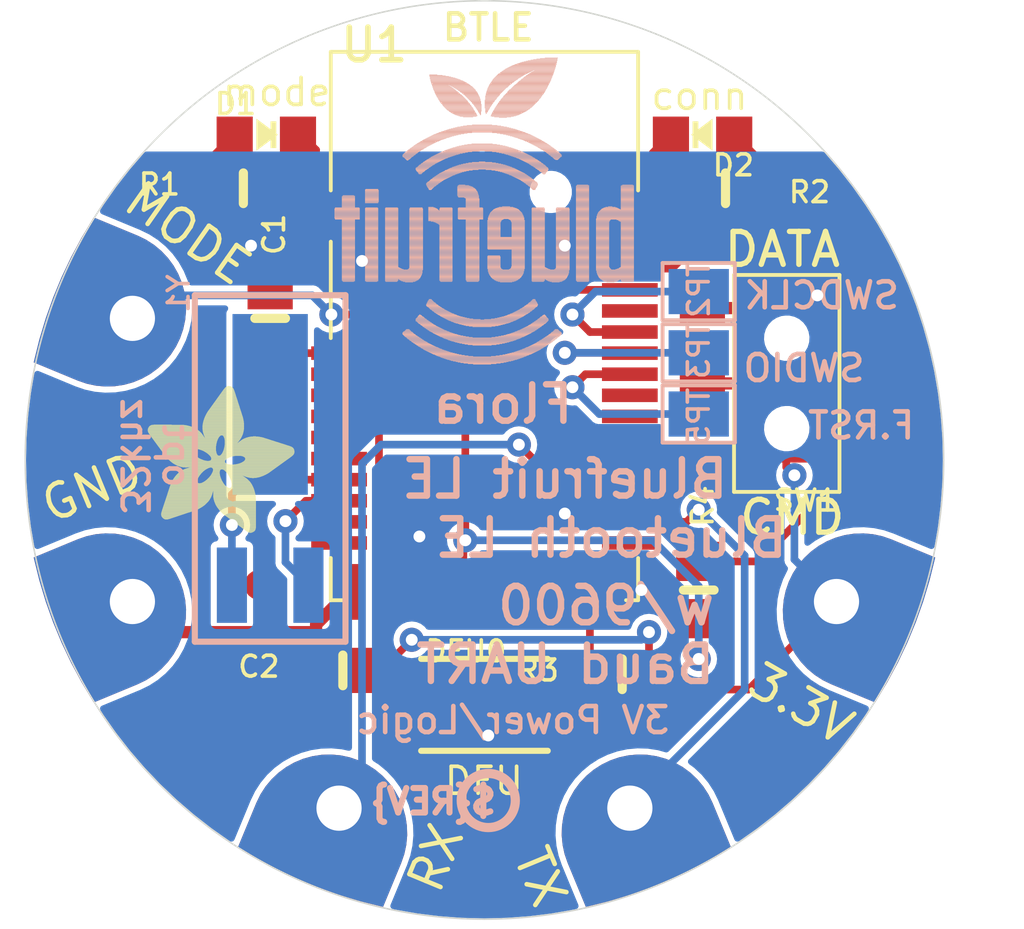
<source format=kicad_pcb>
(kicad_pcb (version 20221018) (generator pcbnew)
  (layers (0 "F.Cu" signal) (31 "B.Cu" signal) (34 "B.Paste" user) (35 "F.Paste" user) (36 "B.SilkS" user "B.Silkscreen") (37 "F.SilkS" user "F.Silkscreen") (38 "B.Mask" user) (39 "F.Mask" user) (44 "Edge.Cuts" user))
  (net 0 "")
  (net 1 "GND")
  (net 2 "DCC")
  (net 3 "DEC2")
  (net 4 "SWCLK")
  (net 5 "SWDIO/RST_3V")
  (net 6 "3.3V")
  (net 7 "MODE")
  (net 8 "CONN_LED")
  (net 9 "N$5")
  (net 10 "N$6")
  (net 11 "DFU")
  (net 12 "N$7")
  (net 13 "N$8")
  (net 14 "FCTRYRST_3V")
  (net 15 "N$1")
  (net 16 "MODE_LED")
  (net 17 "RXI")
  (net 18 "TXO")
  (footprint "working:0805-NO" (layer "F.Cu") (at 143.8021 111.9886 180)
    (fp_text reference "C2" (at 2.032 0.127) (layer "F.SilkS") (effects (font (size 0.692831 0.692831) (thickness 0.119969)) (justify right)))
    (fp_text value "1uF")
    (pad "1" smd rect (at -0.95 0 180) (size 1.3 1.5) (layers "F.Cu" "F.Paste" "F.Mask") (net 6 "3.3V"))
    (pad "2" smd rect (at 0.95 0 180) (size 1.3 1.5) (layers "F.Cu" "F.Paste" "F.Mask") (net 1 "GND"))
  )
  (footprint "working:0805-NO" (layer "F.Cu") (at 141.3891 100.3046 90)
    (fp_text reference "C1" (at 2.032 0.127 90) (layer "F.SilkS") (effects (font (size 0.692831 0.692831) (thickness 0.119969)) (justify left)))
    (fp_text value "1uF")
    (pad "1" smd rect (at -0.95 0 90) (size 1.3 1.5) (layers "F.Cu" "F.Paste" "F.Mask") (net 6 "3.3V"))
    (pad "2" smd rect (at 0.95 0 90) (size 1.3 1.5) (layers "F.Cu" "F.Paste" "F.Mask") (net 1 "GND"))
  )
  (footprint "working:0805-NO" (layer "F.Cu") (at 156.5021 95.9866)
    (fp_text reference "R2" (at 2.032 0.127) (layer "F.SilkS") (effects (font (size 0.692831 0.692831) (thickness 0.119969)) (justify left)))
    (fp_text value "2K")
    (pad "1" smd rect (at -0.95 0) (size 1.3 1.5) (layers "F.Cu" "F.Paste" "F.Mask") (net 8 "CONN_LED"))
    (pad "2" smd rect (at 0.95 0) (size 1.3 1.5) (layers "F.Cu" "F.Paste" "F.Mask") (net 10 "N$6"))
  )
  (footprint "working:SEWINGTAP_2.0" (layer "F.Cu") (at 153.3271 116.5606 -157.5)
    (fp_text reference "TX0" hide)
    (fp_text value "SEWTAP-2.0IN" hide)
    (fp_poly (pts (xy 1.097845 -2.657662) (xy 1.826708 -2.584729) (xy 2.6035 -2.467646) (xy 2.6035 -0.887081) (xy 2.584633 -0.575169) (xy 2.527959 -0.265914) (xy 2.434423 0.034255) (xy 2.305387 0.320961) (xy 2.142734 0.590022) (xy 1.948834 0.837517) (xy 1.726517 1.059834) (xy 1.479022 1.253734) (xy 1.209961 1.416387) (xy 0.923255 1.545423) (xy 0.623086 1.638959) (xy 0.313831 1.695633) (xy 0 1.714616) (xy -0.313831 1.695633) (xy -0.623086 1.638959) (xy -0.923255 1.545423) (xy -1.209961 1.416387) (xy -1.479022 1.253734) (xy -1.726517 1.059834) (xy -1.948834 0.837517) (xy -2.142734 0.590022) (xy -2.305387 0.320961) (xy -2.434423 0.034255) (xy -2.527959 -0.265914) (xy -2.584633 -0.575169) (xy -2.6035 -0.887081) (xy -2.6035 -2.467646) (xy -1.826708 -2.584729) (xy -1.097845 -2.657662) (xy -0.366252 -2.694174) (xy 0.366252 -2.694174)) (fill solid) (layer "F.Cu"))
    (fp_poly (pts (xy 1.097845 -2.657662) (xy 1.826708 -2.584729) (xy 2.6035 -2.467646) (xy 2.6035 -0.887081) (xy 2.584633 -0.575169) (xy 2.527959 -0.265914) (xy 2.434423 0.034255) (xy 2.305387 0.320961) (xy 2.142734 0.590022) (xy 1.948834 0.837517) (xy 1.726517 1.059834) (xy 1.479022 1.253734) (xy 1.209961 1.416387) (xy 0.923255 1.545423) (xy 0.623086 1.638959) (xy 0.313831 1.695633) (xy 0 1.714616) (xy -0.313831 1.695633) (xy -0.623086 1.638959) (xy -0.923255 1.545423) (xy -1.209961 1.416387) (xy -1.479022 1.253734) (xy -1.726517 1.059834) (xy -1.948834 0.837517) (xy -2.142734 0.590022) (xy -2.305387 0.320961) (xy -2.434423 0.034255) (xy -2.527959 -0.265914) (xy -2.584633 -0.575169) (xy -2.6035 -0.887081) (xy -2.6035 -2.467646) (xy -1.826708 -2.584729) (xy -1.097845 -2.657662) (xy -0.366252 -2.694174) (xy 0.366252 -2.694174)) (fill solid) (layer "B.Cu"))
    (pad "P$1" thru_hole circle (at 0 0 202.5) (size 2.54 2.54) (drill 1.5) (layers "*.Cu" "*.Mask") (net 18 "TXO"))
  )
  (footprint "working:FIDUCIAL_1MM" (layer "F.Cu") (at 141.0311 109.1496)
    (fp_text reference "FID2" hide)
    (fp_text value "FIDUCIAL\"\"" hide)
    (pad "1" smd roundrect (at 0 0) (size 1 1) (layers "F.Cu" "F.Mask") (roundrect_rratio 0.5))
  )
  (footprint "working:BTN_KMR2_4.6X2.8" (layer "F.Cu") (at 148.5011 113.1316)
    (fp_text reference "DFU0" (at -2.032 -1.778) (layer "F.SilkS") (effects (font (size 0.692831 0.692831) (thickness 0.119969)) (justify left)))
    (fp_text value "KMR2")
    (pad "A" smd rect (at 2.05 -0.8) (size 0.9 1) (layers "F.Cu" "F.Paste" "F.Mask") (net 11 "DFU"))
    (pad "A'" smd rect (at -2.05 -0.8) (size 0.9 1) (layers "F.Cu" "F.Paste" "F.Mask") (net 11 "DFU"))
    (pad "B" smd rect (at 2.05 0.8) (size 0.9 1) (layers "F.Cu" "F.Paste" "F.Mask") (net 1 "GND"))
    (pad "B'" smd rect (at -2.05 0.8) (size 0.9 1) (layers "F.Cu" "F.Paste" "F.Mask") (net 1 "GND"))
  )
  (footprint "working:ADAFRUIT_5MM" (layer "F.Cu") (at 137.3251 107.4166)
    (fp_text reference "U$6" hide)
    (fp_text value "" hide)
  )
  (footprint "working:CHIPLED_0805_NOOUTLINE" (layer "F.Cu") (at 155.7401 94.2086 90)
    (fp_text reference "D2" (at -1.016 1.778) (layer "F.SilkS") (effects (font (size 0.692831 0.692831) (thickness 0.119969)) (justify right)))
    (fp_text value "BLUE")
    (pad "A" smd rect (at 0 1.05 90) (size 1.2 1.2) (layers "F.Cu" "F.Paste" "F.Mask") (net 10 "N$6"))
    (pad "C" smd rect (at 0 -1.05 90) (size 1.2 1.2) (layers "F.Cu" "F.Paste" "F.Mask") (net 1 "GND"))
  )
  (footprint "working:0805-NO" (layer "F.Cu") (at 155.6131 109.3216 90)
    (fp_text reference "R4" (at 2.032 0.127 90) (layer "F.SilkS") (effects (font (size 0.692831 0.692831) (thickness 0.119969)) (justify left)))
    (fp_text value "2K")
    (pad "1" smd rect (at -0.95 0 90) (size 1.3 1.5) (layers "F.Cu" "F.Paste" "F.Mask") (net 7 "MODE"))
    (pad "2" smd rect (at 0.95 0 90) (size 1.3 1.5) (layers "F.Cu" "F.Paste" "F.Mask") (net 15 "N$1"))
  )
  (footprint "working:0805-NO" (layer "F.Cu") (at 140.5001 95.9866 180)
    (fp_text reference "R1" (at 2.032 0.127) (layer "F.SilkS") (effects (font (size 0.692831 0.692831) (thickness 0.119969)) (justify right)))
    (fp_text value "2K")
    (pad "1" smd rect (at -0.95 0 180) (size 1.3 1.5) (layers "F.Cu" "F.Paste" "F.Mask") (net 16 "MODE_LED"))
    (pad "2" smd rect (at 0.95 0 180) (size 1.3 1.5) (layers "F.Cu" "F.Paste" "F.Mask") (net 9 "N$5"))
  )
  (footprint "working:BLE_MODULE_RAYTAC_MDBT40" (layer "F.Cu") (at 148.5011 100.5586)
    (fp_text reference "U1" (at -4.866 -9.328) (layer "F.SilkS") (effects (font (size 1.082548 1.082548) (thickness 0.187452)) (justify left)))
    (fp_text value "MBT40")
    (pad "" np_thru_hole circle (at 2.2 -4.45) (size 0.9 0.9) (drill 0.9) (layers "*.Cu" "*.Mask"))
    (pad "1" smd rect (at -4.825 -4) (size 1.85 0.45) (layers "F.Cu" "F.Paste" "F.Mask") (net 1 "GND"))
    (pad "2" smd rect (at -4.825 -3.3) (size 1.85 0.45) (layers "F.Cu" "F.Paste" "F.Mask") (net 1 "GND"))
    (pad "3" smd rect (at -4.825 0.9) (size 1.85 0.45) (layers "F.Cu" "F.Paste" "F.Mask") (net 6 "3.3V"))
    (pad "4" smd rect (at -4.825 1.6) (size 1.85 0.45) (layers "F.Cu" "F.Paste" "F.Mask"))
    (pad "5" smd rect (at -4.825 2.3) (size 1.85 0.45) (layers "F.Cu" "F.Paste" "F.Mask"))
    (pad "6" smd rect (at -4.825 3) (size 1.85 0.45) (layers "F.Cu" "F.Paste" "F.Mask"))
    (pad "7" smd rect (at -4.825 3.7) (size 1.85 0.45) (layers "F.Cu" "F.Paste" "F.Mask"))
    (pad "8" smd rect (at -4.825 4.4) (size 1.85 0.45) (layers "F.Cu" "F.Paste" "F.Mask"))
    (pad "9" smd rect (at -4.825 5.1) (size 1.85 0.45) (layers "F.Cu" "F.Paste" "F.Mask") (net 12 "N$7"))
    (pad "10" smd rect (at -4.825 5.8) (size 1.85 0.45) (layers "F.Cu" "F.Paste" "F.Mask") (net 13 "N$8"))
    (pad "11" smd rect (at -4.825 6.5) (size 1.85 0.45) (layers "F.Cu" "F.Paste" "F.Mask"))
    (pad "12" smd rect (at -4.825 7.2) (size 1.85 0.45) (layers "F.Cu" "F.Paste" "F.Mask"))
    (pad "13" smd rect (at -4.2 8.825 90) (size 1.85 0.45) (layers "F.Cu" "F.Paste" "F.Mask") (net 1 "GND"))
    (pad "14" smd rect (at -3.5 8.825 90) (size 1.85 0.45) (layers "F.Cu" "F.Paste" "F.Mask") (net 6 "3.3V"))
    (pad "15" smd rect (at -2.8 8.825 90) (size 1.85 0.45) (layers "F.Cu" "F.Paste" "F.Mask") (net 2 "DCC"))
    (pad "16" smd rect (at -2.1 8.825 90) (size 1.85 0.45) (layers "F.Cu" "F.Paste" "F.Mask") (net 1 "GND"))
    (pad "17" smd rect (at -1.4 8.825 90) (size 1.85 0.45) (layers "F.Cu" "F.Paste" "F.Mask"))
    (pad "18" smd rect (at -0.7 8.825 90) (size 1.85 0.45) (layers "F.Cu" "F.Paste" "F.Mask") (net 7 "MODE"))
    (pad "19" smd rect (at 0 8.825 90) (size 1.85 0.45) (layers "F.Cu" "F.Paste" "F.Mask"))
    (pad "20" smd rect (at 0.7 8.825 90) (size 1.85 0.45) (layers "F.Cu" "F.Paste" "F.Mask"))
    (pad "21" smd rect (at 1.4 8.825 90) (size 1.85 0.45) (layers "F.Cu" "F.Paste" "F.Mask"))
    (pad "22" smd rect (at 2.1 8.825 90) (size 1.85 0.45) (layers "F.Cu" "F.Paste" "F.Mask"))
    (pad "23" smd rect (at 2.8 8.825 90) (size 1.85 0.45) (layers "F.Cu" "F.Paste" "F.Mask"))
    (pad "24" smd rect (at 3.5 8.825 90) (size 1.85 0.45) (layers "F.Cu" "F.Paste" "F.Mask") (net 11 "DFU"))
    (pad "25" smd rect (at 4.2 8.825 90) (size 1.85 0.45) (layers "F.Cu" "F.Paste" "F.Mask") (net 1 "GND"))
    (pad "26" smd rect (at 4.825 7.2) (size 1.85 0.45) (layers "F.Cu" "F.Paste" "F.Mask"))
    (pad "27" smd rect (at 4.825 6.5) (size 1.85 0.45) (layers "F.Cu" "F.Paste" "F.Mask") (net 18 "TXO"))
    (pad "28" smd rect (at 4.825 5.8) (size 1.85 0.45) (layers "F.Cu" "F.Paste" "F.Mask") (net 1 "GND"))
    (pad "29" smd rect (at 4.825 5.1) (size 1.85 0.45) (layers "F.Cu" "F.Paste" "F.Mask") (net 17 "RXI"))
    (pad "30" smd rect (at 4.825 4.4) (size 1.85 0.45) (layers "F.Cu" "F.Paste" "F.Mask"))
    (pad "31" smd rect (at 4.825 3.7) (size 1.85 0.45) (layers "F.Cu" "F.Paste" "F.Mask"))
    (pad "32" smd rect (at 4.825 3) (size 1.85 0.45) (layers "F.Cu" "F.Paste" "F.Mask"))
    (pad "33" smd rect (at 4.825 2.3) (size 1.85 0.45) (layers "F.Cu" "F.Paste" "F.Mask"))
    (pad "34" smd rect (at 4.825 1.6) (size 1.85 0.45) (layers "F.Cu" "F.Paste" "F.Mask") (net 14 "FCTRYRST_3V"))
    (pad "35" smd rect (at 4.825 0.9) (size 1.85 0.45) (layers "F.Cu" "F.Paste" "F.Mask") (net 5 "SWDIO/RST_3V"))
    (pad "36" smd rect (at 4.825 0.2) (size 1.85 0.45) (layers "F.Cu" "F.Paste" "F.Mask") (net 4 "SWCLK"))
    (pad "37" smd rect (at 4.825 -0.5) (size 1.85 0.45) (layers "F.Cu" "F.Paste" "F.Mask"))
    (pad "38" smd rect (at 4.825 -1.2) (size 1.85 0.45) (layers "F.Cu" "F.Paste" "F.Mask") (net 16 "MODE_LED"))
    (pad "39" smd rect (at 4.825 -1.9) (size 1.85 0.45) (layers "F.Cu" "F.Paste" "F.Mask") (net 8 "CONN_LED"))
    (pad "40" smd rect (at 4.825 -2.6) (size 1.85 0.45) (layers "F.Cu" "F.Paste" "F.Mask"))
    (pad "41" smd rect (at 4.825 -3.3) (size 1.85 0.45) (layers "F.Cu" "F.Paste" "F.Mask") (net 3 "DEC2"))
    (pad "42" smd rect (at 4.825 -4) (size 1.85 0.45) (layers "F.Cu" "F.Paste" "F.Mask") (net 1 "GND"))
  )
  (footprint "working:EG1390" (layer "F.Cu") (at 158.5341 102.4636 90)
    (fp_text reference "SW1" (at -3.886 1.764) (layer "F.SilkS") (effects (font (size 0.692831 0.692831) (thickness 0.119969)) (justify right)))
    (fp_text value "EG1319")
    (pad "" np_thru_hole circle (at -1.5 0 90) (size 1 1) (drill 1) (layers "*.Cu" "*.Mask"))
    (pad "" np_thru_hole circle (at 1.5 0 90) (size 1 1) (drill 1) (layers "*.Cu" "*.Mask"))
    (pad "O1" smd rect (at -2.5 -2.8 90) (size 1 1.5) (layers "F.Cu" "F.Paste" "F.Mask") (net 6 "3.3V"))
    (pad "O2" smd rect (at -2.5 2.8 90) (size 1 1.5) (layers "F.Cu" "F.Paste" "F.Mask") (net 6 "3.3V"))
    (pad "P1" smd rect (at 0 -2.8 90) (size 1 1.5) (layers "F.Cu" "F.Paste" "F.Mask") (net 15 "N$1"))
    (pad "P2" smd rect (at 0 2.8 90) (size 1 1.5) (layers "F.Cu" "F.Paste" "F.Mask") (net 15 "N$1"))
    (pad "S1" smd rect (at 2.5 -2.8 90) (size 1 1.5) (layers "F.Cu" "F.Paste" "F.Mask") (net 1 "GND"))
    (pad "S2" smd rect (at 2.5 2.8 90) (size 1 1.5) (layers "F.Cu" "F.Paste" "F.Mask") (net 1 "GND"))
  )
  (footprint "working:FIDUCIAL_1MM" (layer "F.Cu") (at 159.5501 95.8596)
    (fp_text reference "FID1" hide)
    (fp_text value "FIDUCIAL\"\"" hide)
    (pad "1" smd roundrect (at 0 0) (size 1 1) (layers "F.Cu" "F.Mask") (roundrect_rratio 0.5))
  )
  (footprint "working:SEWINGTAP_2.0" (layer "F.Cu") (at 136.8171 100.3046 67.5)
    (fp_text reference "TP1" hide)
    (fp_text value "SEWTAP-2.0IN" hide)
    (fp_poly (pts (xy 1.097845 -2.657662) (xy 1.826708 -2.584729) (xy 2.6035 -2.467646) (xy 2.6035 -0.887081) (xy 2.584633 -0.575169) (xy 2.527959 -0.265914) (xy 2.434423 0.034255) (xy 2.305387 0.320961) (xy 2.142734 0.590022) (xy 1.948834 0.837517) (xy 1.726517 1.059834) (xy 1.479022 1.253734) (xy 1.209961 1.416387) (xy 0.923255 1.545423) (xy 0.623086 1.638959) (xy 0.313831 1.695633) (xy 0 1.714616) (xy -0.313831 1.695633) (xy -0.623086 1.638959) (xy -0.923255 1.545423) (xy -1.209961 1.416387) (xy -1.479022 1.253734) (xy -1.726517 1.059834) (xy -1.948834 0.837517) (xy -2.142734 0.590022) (xy -2.305387 0.320961) (xy -2.434423 0.034255) (xy -2.527959 -0.265914) (xy -2.584633 -0.575169) (xy -2.6035 -0.887081) (xy -2.6035 -2.467646) (xy -1.826708 -2.584729) (xy -1.097845 -2.657662) (xy -0.366252 -2.694174) (xy 0.366252 -2.694174)) (fill solid) (layer "F.Cu"))
    (fp_poly (pts (xy 1.097845 -2.657662) (xy 1.826708 -2.584729) (xy 2.6035 -2.467646) (xy 2.6035 -0.887081) (xy 2.584633 -0.575169) (xy 2.527959 -0.265914) (xy 2.434423 0.034255) (xy 2.305387 0.320961) (xy 2.142734 0.590022) (xy 1.948834 0.837517) (xy 1.726517 1.059834) (xy 1.479022 1.253734) (xy 1.209961 1.416387) (xy 0.923255 1.545423) (xy 0.623086 1.638959) (xy 0.313831 1.695633) (xy 0 1.714616) (xy -0.313831 1.695633) (xy -0.623086 1.638959) (xy -0.923255 1.545423) (xy -1.209961 1.416387) (xy -1.479022 1.253734) (xy -1.726517 1.059834) (xy -1.948834 0.837517) (xy -2.142734 0.590022) (xy -2.305387 0.320961) (xy -2.434423 0.034255) (xy -2.527959 -0.265914) (xy -2.584633 -0.575169) (xy -2.6035 -0.887081) (xy -2.6035 -2.467646) (xy -1.826708 -2.584729) (xy -1.097845 -2.657662) (xy -0.366252 -2.694174) (xy 0.366252 -2.694174)) (fill solid) (layer "B.Cu"))
    (pad "P$1" thru_hole circle (at 0 0 67.5) (size 2.54 2.54) (drill 1.5) (layers "*.Cu" "*.Mask") (net 7 "MODE"))
  )
  (footprint "working:SEWINGTAP_2.0" (layer "F.Cu") (at 136.8171 109.7026 112.5)
    (fp_text reference "GND0" hide)
    (fp_text value "SEWTAP-2.0IN" hide)
    (fp_poly (pts (xy 1.097845 -2.657662) (xy 1.826708 -2.584729) (xy 2.6035 -2.467646) (xy 2.6035 -0.887081) (xy 2.584633 -0.575169) (xy 2.527959 -0.265914) (xy 2.434423 0.034255) (xy 2.305387 0.320961) (xy 2.142734 0.590022) (xy 1.948834 0.837517) (xy 1.726517 1.059834) (xy 1.479022 1.253734) (xy 1.209961 1.416387) (xy 0.923255 1.545423) (xy 0.623086 1.638959) (xy 0.313831 1.695633) (xy 0 1.714616) (xy -0.313831 1.695633) (xy -0.623086 1.638959) (xy -0.923255 1.545423) (xy -1.209961 1.416387) (xy -1.479022 1.253734) (xy -1.726517 1.059834) (xy -1.948834 0.837517) (xy -2.142734 0.590022) (xy -2.305387 0.320961) (xy -2.434423 0.034255) (xy -2.527959 -0.265914) (xy -2.584633 -0.575169) (xy -2.6035 -0.887081) (xy -2.6035 -2.467646) (xy -1.826708 -2.584729) (xy -1.097845 -2.657662) (xy -0.366252 -2.694174) (xy 0.366252 -2.694174)) (fill solid) (layer "F.Cu"))
    (fp_poly (pts (xy 1.097845 -2.657662) (xy 1.826708 -2.584729) (xy 2.6035 -2.467646) (xy 2.6035 -0.887081) (xy 2.584633 -0.575169) (xy 2.527959 -0.265914) (xy 2.434423 0.034255) (xy 2.305387 0.320961) (xy 2.142734 0.590022) (xy 1.948834 0.837517) (xy 1.726517 1.059834) (xy 1.479022 1.253734) (xy 1.209961 1.416387) (xy 0.923255 1.545423) (xy 0.623086 1.638959) (xy 0.313831 1.695633) (xy 0 1.714616) (xy -0.313831 1.695633) (xy -0.623086 1.638959) (xy -0.923255 1.545423) (xy -1.209961 1.416387) (xy -1.479022 1.253734) (xy -1.726517 1.059834) (xy -1.948834 0.837517) (xy -2.142734 0.590022) (xy -2.305387 0.320961) (xy -2.434423 0.034255) (xy -2.527959 -0.265914) (xy -2.584633 -0.575169) (xy -2.6035 -0.887081) (xy -2.6035 -2.467646) (xy -1.826708 -2.584729) (xy -1.097845 -2.657662) (xy -0.366252 -2.694174) (xy 0.366252 -2.694174)) (fill solid) (layer "B.Cu"))
    (pad "P$1" thru_hole circle (at 0 0 112.5) (size 2.54 2.54) (drill 1.5) (layers "*.Cu" "*.Mask") (net 1 "GND"))
  )
  (footprint "working:CHIPLED_0805_NOOUTLINE" (layer "F.Cu") (at 141.2621 94.2086 -90)
    (fp_text reference "D1" (at -1.016 1.778) (layer "F.SilkS") (effects (font (size 0.692831 0.692831) (thickness 0.119969)) (justify left)))
    (fp_text value "RED")
    (pad "A" smd rect (at 0 1.05 270) (size 1.2 1.2) (layers "F.Cu" "F.Paste" "F.Mask") (net 9 "N$5"))
    (pad "C" smd rect (at 0 -1.05 270) (size 1.2 1.2) (layers "F.Cu" "F.Paste" "F.Mask") (net 1 "GND"))
  )
  (footprint "working:SEWINGTAP_2.0" (layer "F.Cu") (at 143.6751 116.5606 157.5)
    (fp_text reference "RX0" hide)
    (fp_text value "SEWTAP-2.0IN" hide)
    (fp_poly (pts (xy 1.097845 -2.657662) (xy 1.826708 -2.584729) (xy 2.6035 -2.467646) (xy 2.6035 -0.887081) (xy 2.584633 -0.575169) (xy 2.527959 -0.265914) (xy 2.434423 0.034255) (xy 2.305387 0.320961) (xy 2.142734 0.590022) (xy 1.948834 0.837517) (xy 1.726517 1.059834) (xy 1.479022 1.253734) (xy 1.209961 1.416387) (xy 0.923255 1.545423) (xy 0.623086 1.638959) (xy 0.313831 1.695633) (xy 0 1.714616) (xy -0.313831 1.695633) (xy -0.623086 1.638959) (xy -0.923255 1.545423) (xy -1.209961 1.416387) (xy -1.479022 1.253734) (xy -1.726517 1.059834) (xy -1.948834 0.837517) (xy -2.142734 0.590022) (xy -2.305387 0.320961) (xy -2.434423 0.034255) (xy -2.527959 -0.265914) (xy -2.584633 -0.575169) (xy -2.6035 -0.887081) (xy -2.6035 -2.467646) (xy -1.826708 -2.584729) (xy -1.097845 -2.657662) (xy -0.366252 -2.694174) (xy 0.366252 -2.694174)) (fill solid) (layer "F.Cu"))
    (fp_poly (pts (xy 1.097845 -2.657662) (xy 1.826708 -2.584729) (xy 2.6035 -2.467646) (xy 2.6035 -0.887081) (xy 2.584633 -0.575169) (xy 2.527959 -0.265914) (xy 2.434423 0.034255) (xy 2.305387 0.320961) (xy 2.142734 0.590022) (xy 1.948834 0.837517) (xy 1.726517 1.059834) (xy 1.479022 1.253734) (xy 1.209961 1.416387) (xy 0.923255 1.545423) (xy 0.623086 1.638959) (xy 0.313831 1.695633) (xy 0 1.714616) (xy -0.313831 1.695633) (xy -0.623086 1.638959) (xy -0.923255 1.545423) (xy -1.209961 1.416387) (xy -1.479022 1.253734) (xy -1.726517 1.059834) (xy -1.948834 0.837517) (xy -2.142734 0.590022) (xy -2.305387 0.320961) (xy -2.434423 0.034255) (xy -2.527959 -0.265914) (xy -2.584633 -0.575169) (xy -2.6035 -0.887081) (xy -2.6035 -2.467646) (xy -1.826708 -2.584729) (xy -1.097845 -2.657662) (xy -0.366252 -2.694174) (xy 0.366252 -2.694174)) (fill solid) (layer "B.Cu"))
    (pad "P$1" thru_hole circle (at 0 0 157.5) (size 2.54 2.54) (drill 1.5) (layers "*.Cu" "*.Mask") (net 17 "RXI"))
  )
  (footprint "working:0805-NO" (layer "F.Cu") (at 153.0731 112.1156 180)
    (fp_text reference "R3" (at 2.032 0.127) (layer "F.SilkS") (effects (font (size 0.692831 0.692831) (thickness 0.119969)) (justify right)))
    (fp_text value "10K")
    (pad "1" smd rect (at -0.95 0 180) (size 1.3 1.5) (layers "F.Cu" "F.Paste" "F.Mask") (net 6 "3.3V"))
    (pad "2" smd rect (at 0.95 0 180) (size 1.3 1.5) (layers "F.Cu" "F.Paste" "F.Mask") (net 11 "DFU"))
  )
  (footprint "working:SEWINGTAP_2.0" (layer "F.Cu") (at 160.1851 109.7026 -112.5)
    (fp_text reference "UNK3V3IN0" hide)
    (fp_text value "SEWTAP-2.0IN" hide)
    (fp_poly (pts (xy 1.097845 -2.657662) (xy 1.826708 -2.584729) (xy 2.6035 -2.467646) (xy 2.6035 -0.887081) (xy 2.584633 -0.575169) (xy 2.527959 -0.265914) (xy 2.434423 0.034255) (xy 2.305387 0.320961) (xy 2.142734 0.590022) (xy 1.948834 0.837517) (xy 1.726517 1.059834) (xy 1.479022 1.253734) (xy 1.209961 1.416387) (xy 0.923255 1.545423) (xy 0.623086 1.638959) (xy 0.313831 1.695633) (xy 0 1.714616) (xy -0.313831 1.695633) (xy -0.623086 1.638959) (xy -0.923255 1.545423) (xy -1.209961 1.416387) (xy -1.479022 1.253734) (xy -1.726517 1.059834) (xy -1.948834 0.837517) (xy -2.142734 0.590022) (xy -2.305387 0.320961) (xy -2.434423 0.034255) (xy -2.527959 -0.265914) (xy -2.584633 -0.575169) (xy -2.6035 -0.887081) (xy -2.6035 -2.467646) (xy -1.826708 -2.584729) (xy -1.097845 -2.657662) (xy -0.366252 -2.694174) (xy 0.366252 -2.694174)) (fill solid) (layer "F.Cu"))
    (fp_poly (pts (xy 1.097845 -2.657662) (xy 1.826708 -2.584729) (xy 2.6035 -2.467646) (xy 2.6035 -0.887081) (xy 2.584633 -0.575169) (xy 2.527959 -0.265914) (xy 2.434423 0.034255) (xy 2.305387 0.320961) (xy 2.142734 0.590022) (xy 1.948834 0.837517) (xy 1.726517 1.059834) (xy 1.479022 1.253734) (xy 1.209961 1.416387) (xy 0.923255 1.545423) (xy 0.623086 1.638959) (xy 0.313831 1.695633) (xy 0 1.714616) (xy -0.313831 1.695633) (xy -0.623086 1.638959) (xy -0.923255 1.545423) (xy -1.209961 1.416387) (xy -1.479022 1.253734) (xy -1.726517 1.059834) (xy -1.948834 0.837517) (xy -2.142734 0.590022) (xy -2.305387 0.320961) (xy -2.434423 0.034255) (xy -2.527959 -0.265914) (xy -2.584633 -0.575169) (xy -2.6035 -0.887081) (xy -2.6035 -2.467646) (xy -1.826708 -2.584729) (xy -1.097845 -2.657662) (xy -0.366252 -2.694174) (xy 0.366252 -2.694174)) (fill solid) (layer "B.Cu"))
    (pad "P$1" thru_hole circle (at 0 0 247.5) (size 2.54 2.54) (drill 1.5) (layers "*.Cu" "*.Mask") (net 6 "3.3V"))
  )
  (footprint "working:PAD-1.5X2.0" (layer "B.Cu") (at 155.6131 101.4476 90)
    (fp_text reference "TP3" (at 1.1 0 90) (layer "B.SilkS") (effects (font (size 0.692831 0.692831) (thickness 0.119969)) (justify left mirror)))
    (fp_text value "SWDIO")
    (pad "P$1" smd rect (at 0 0 90) (size 1.5 2) (layers "B.Cu" "B.Mask") (net 5 "SWDIO/RST_3V"))
  )
  (footprint "working:PAD-1.5X2.0" (layer "B.Cu") (at 155.6131 99.4156 90)
    (fp_text reference "TP2" (at 1.1 0 90) (layer "B.SilkS") (effects (font (size 0.692831 0.692831) (thickness 0.119969)) (justify left mirror)))
    (fp_text value "SWCLK")
    (pad "P$1" smd rect (at 0 0 90) (size 1.5 2) (layers "B.Cu" "B.Mask") (net 4 "SWCLK"))
  )
  (footprint "working:PCBFEAT-REV-040" (layer "B.Cu") (at 148.6281 116.3066 180)
    (fp_text reference "U$24" hide)
    (fp_text value "" hide)
    (fp_text user "${REV}" (at -0.3556 -0.508) (layer "B.SilkS") (effects (font (size 0.8128 0.8128) (thickness 0.2032)) (justify left bottom mirror)))
  )
  (footprint "working:CRYSTAL_CYL_2X6MM_SMT" (layer "B.Cu") (at 141.3891 107.0356 -90)
    (fp_text reference "Y1" (at -6.85 3.04 -270) (layer "B.SilkS") (effects (font (size 0.692831 0.692831) (thickness 0.119969)) (justify right mirror)))
    (fp_text value "32.768kHz (535-9166-2-ND)")
    (pad "1" smd rect (at 2.125 1.27 270) (size 2.5 1) (layers "B.Cu" "B.Paste" "B.Mask") (net 12 "N$7"))
    (pad "2" smd rect (at 2.125 -1.27 270) (size 2.5 1) (layers "B.Cu" "B.Paste" "B.Mask") (net 13 "N$8"))
    (pad "CYLINDER" smd rect (at -3.875 0 270) (size 6 2.5) (layers "B.Cu" "B.Paste" "B.Mask"))
  )
  (footprint "working:BLUEFRUITLOGO_100MM" (layer "B.Cu") (at 153.4541 101.8286 180)
    (fp_text reference "U$23" hide)
    (fp_text value "" hide)
  )
  (footprint "working:PAD-1.5X2.0" (layer "B.Cu") (at 155.6131 103.4796 -90)
    (fp_text reference "TP5" (at 1.1 0 -270) (layer "B.SilkS") (effects (font (size 0.692831 0.692831) (thickness 0.119969)) (justify right mirror)))
    (fp_text value "FCTRST")
    (pad "P$1" smd rect (at 0 0 270) (size 1.5 2) (layers "B.Cu" "B.Mask") (net 14 "FCTRYRST_3V"))
  )
  (footprint "working:FLORASMALL" (layer "B.Cu") (at 153.5811 95.8596 -90)
    (fp_text reference "U$7" hide)
    (fp_text value "" hide)
  )
  (gr_arc (start 148.5011 120.2436) (mid 137.724793 115.779907) (end 133.2611 105.0036) (stroke (width 0.05)) (layer "Edge.Cuts"))
  (gr_arc (start 163.7411 105.0036) (mid 159.277407 115.779907) (end 148.5011 120.2436) (stroke (width 0.05)) (layer "Edge.Cuts"))
  (gr_arc (start 148.5011 89.7636) (mid 159.277407 94.227293) (end 163.7411 105.0036) (stroke (width 0.05)) (layer "Edge.Cuts"))
  (gr_arc (start 133.2611 105.0036) (mid 137.724793 94.227293) (end 148.5011 89.7636) (stroke (width 0.05)) (layer "Edge.Cuts"))
  (gr_text "w/9600\nBaud UART" (at 156.2481 112.4966) (layer "B.SilkS") (effects (font (size 1.20904 1.20904) (thickness 0.21336)) (justify left bottom mirror)))
  (gr_text "F.RST" (at 162.8521 104.3686) (layer "B.SilkS") (effects (font (size 0.8636 0.8636) (thickness 0.1524)) (justify left bottom mirror)))
  (gr_text "Bluetooth LE" (at 158.6611 108.3056) (layer "B.SilkS") (effects (font (size 1.20904 1.20904) (thickness 0.21336)) (justify left bottom mirror)))
  (gr_text "SWDCLK" (at 162.3441 100.0506) (layer "B.SilkS") (effects (font (size 0.8636 0.8636) (thickness 0.1524)) (justify left bottom mirror)))
  (gr_text "opt\n32khz" (at 137.5791 104.8766 -90) (layer "B.SilkS") (effects (font (size 0.8636 0.8636) (thickness 0.1524)) (justify mirror)))
  (gr_text "Bluefruit LE" (at 151.1681 105.6386) (layer "B.SilkS") (effects (font (size 1.20904 1.20904) (thickness 0.21336)) (justify mirror)))
  (gr_text "3V Power/Logic" (at 154.7241 114.1476) (layer "B.SilkS") (effects (font (size 0.8636 0.8636) (thickness 0.1524)) (justify left bottom mirror)))
  (gr_text "SWDIO" (at 161.2011 102.4636) (layer "B.SilkS") (effects (font (size 0.8636 0.8636) (thickness 0.1524)) (justify left bottom mirror)))
  (gr_text "Flora" (at 151.5491 103.8606) (layer "B.SilkS") (effects (font (size 1.20904 1.20904) (thickness 0.21336)) (justify left bottom mirror)))
  (gr_text "TX" (at 151.362237 119.5686 292.5) (layer "F.SilkS") (effects (font (size 1.1176 1.1176) (thickness 0.1524)) (justify right top)))
  (gr_text "CMD" (at 156.8831 107.5436) (layer "F.SilkS") (effects (font (size 1.0922 1.0922) (thickness 0.1778)) (justify left bottom)))
  (gr_text "conn" (at 153.9621 93.4466) (layer "F.SilkS") (effects (font (size 0.89408 0.89408) (thickness 0.12192)) (justify left bottom)))
  (gr_text "mode" (at 139.7381 93.3196) (layer "F.SilkS") (effects (font (size 0.89408 0.89408) (thickness 0.12192)) (justify left bottom)))
  (gr_text "DATA" (at 156.3751 98.6536) (layer "F.SilkS") (effects (font (size 1.0922 1.0922) (thickness 0.1778)) (justify left bottom)))
  (gr_text "DFU" (at 147.1041 116.1796) (layer "F.SilkS") (effects (font (size 0.89408 0.89408) (thickness 0.12192)) (justify left bottom)))
  (gr_text "RX" (at 147.035904 119.570462 67.5) (layer "F.SilkS") (effects (font (size 1.1176 1.1176) (thickness 0.1524)) (justify left bottom)))
  (gr_text "GND" (at 134.063629 107.232393 22.5) (layer "F.SilkS") (effects (font (size 1.1176 1.1176) (thickness 0.1524)) (justify left bottom)))
  (gr_text "MODE" (at 136.327904 96.6506 325) (layer "F.SilkS") (effects (font (size 1.1176 1.1176) (thickness 0.1524)) (justify left bottom)))
  (gr_text "3.3V" (at 160.977956 113.491403 330) (layer "F.SilkS") (effects (font (size 1.1176 1.1176) (thickness 0.1524)) (justify right top)))
  (gr_text "BTLE" (at 148.6281 90.6526) (layer "F.SilkS") (effects (font (size 0.8636 0.8636) (thickness 0.1524))))
  (segment (start 153.6461 109.3836) (end 153.7081 109.3216) (width 0.254) (layer "F.Cu") (net 1))
  (segment (start 146.4011 109.3836) (end 146.4011 107.6026) (width 0.254) (layer "F.Cu") (net 1))
  (segment (start 155.7341 99.9636) (end 157.2241 99.9636) (width 0.4064) (layer "F.Cu") (net 1))
  (segment (start 142.9131 94.7166) (end 142.4051 94.2086) (width 0.254) (layer "F.Cu") (net 1))
  (segment (start 143.6761 97.2586) (end 143.6761 97.6386) (width 0.254) (layer "F.Cu") (net 1))
  (segment (start 153.3261 96.5586) (end 154.0891 95.7956) (width 0.254) (layer "F.Cu") (net 1))
  (segment (start 159.4231 99.4156) (end 159.5501 99.5426) (width 0.4064) (layer "F.Cu") (net 1))
  (segment (start 154.0891 95.7956) (end 154.0891 94.8096) (width 0.254) (layer "F.Cu") (net 1))
  (segment (start 142.9131 111.9276) (end 142.8521 111.9886) (width 0.4064) (layer "F.Cu") (net 1))
  (segment (start 136.8171 109.7026) (end 137.9601 110.7186) (width 0.4064) (layer "F.Cu") (net 1))
  (segment (start 142.9131 110.7186) (end 142.9131 111.9276) (width 0.4064) (layer "F.Cu") (net 1))
  (segment (start 143.6761 96.5586) (end 143.6761 97.2586) (width 0.254) (layer "F.Cu") (net 1))
  (segment (start 148.421607 113.9316) (end 148.6281 114.138093) (width 0.254) (layer "F.Cu") (net 1))
  (segment (start 148.421607 113.9316) (end 150.5511 113.9316) (width 0.254) (layer "F.Cu") (net 1))
  (segment (start 142.4051 94.2086) (end 142.3121 94.2086) (width 0.254) (layer "F.Cu") (net 1))
  (segment (start 143.6761 96.5586) (end 142.9131 95.7956) (width 0.254) (layer "F.Cu") (net 1))
  (segment (start 146.4011 107.6026) (end 146.3421 107.5436) (width 0.254) (layer "F.Cu") (net 1))
  (segment (start 153.3261 96.5586) (end 151.8661 96.5586) (width 0.254) (layer "F.Cu") (net 1))
  (segment (start 152.7011 109.3836) (end 153.6461 109.3836) (width 0.254) (layer "F.Cu") (net 1))
  (segment (start 144.3011 109.3836) (end 143.9941 109.3836) (width 0.4064) (layer "F.Cu") (net 1))
  (segment (start 151.8661 96.5586) (end 151.1681 97.2566) (width 0.254) (layer "F.Cu") (net 1))
  (segment (start 143.6761 97.6386) (end 144.4371 98.3996) (width 0.254) (layer "F.Cu") (net 1))
  (segment (start 146.4511 113.9316) (end 148.421607 113.9316) (width 0.254) (layer "F.Cu") (net 1))
  (segment (start 151.1681 97.2566) (end 151.1681 97.8916) (width 0.254) (layer "F.Cu") (net 1))
  (segment (start 137.9601 110.7186) (end 142.9131 110.7186) (width 0.4064) (layer "F.Cu") (net 1))
  (segment (start 151.5911 106.3586) (end 151.1681 106.7816) (width 0.254) (layer "F.Cu") (net 1))
  (segment (start 159.9711 99.9636) (end 159.5501 99.5426) (width 0.254) (layer "F.Cu") (net 1))
  (segment (start 157.7721 99.4156) (end 159.4231 99.4156) (width 0.4064) (layer "F.Cu") (net 1))
  (segment (start 142.9131 95.7956) (end 142.9131 94.7166) (width 0.254) (layer "F.Cu") (net 1))
  (segment (start 154.0891 94.8096) (end 154.6901 94.2086) (width 0.254) (layer "F.Cu") (net 1))
  (segment (start 157.2241 99.9636) (end 157.7721 99.4156) (width 0.4064) (layer "F.Cu") (net 1))
  (segment (start 141.3891 99.3546) (end 141.3891 98.5266) (width 0.254) (layer "F.Cu") (net 1))
  (segment (start 142.9131 110.4646) (end 142.9131 110.7186) (width 0.4064) (layer "F.Cu") (net 1))
  (segment (start 141.3891 98.5266) (end 140.7541 97.8916) (width 0.254) (layer "F.Cu") (net 1))
  (segment (start 161.3341 99.9636) (end 159.9711 99.9636) (width 0.254) (layer "F.Cu") (net 1))
  (segment (start 143.9941 109.3836) (end 142.9131 110.4646) (width 0.4064) (layer "F.Cu") (net 1))
  (segment (start 153.3261 106.3586) (end 151.5911 106.3586) (width 0.254) (layer "F.Cu") (net 1))
  (segment (start 148.6281 114.138093) (end 148.6281 114.1476) (width 0.254) (layer "F.Cu") (net 1))
  (via (at 140.7541 97.8916) (size 0.8001) (drill 0.3937) (layers "F.Cu" "B.Cu") (net 1))
  (via (at 148.6281 114.1476) (size 0.8001) (drill 0.3937) (layers "F.Cu" "B.Cu") (net 1))
  (via (at 151.1681 97.8916) (size 0.8001) (drill 0.3937) (layers "F.Cu" "B.Cu") (net 1))
  (via (at 146.3421 107.5436) (size 0.8001) (drill 0.3937) (layers "F.Cu" "B.Cu") (net 1))
  (via (at 144.4371 98.3996) (size 0.8001) (drill 0.3937) (layers "F.Cu" "B.Cu") (net 1))
  (via (at 153.7081 109.3216) (size 0.8001) (drill 0.3937) (layers "F.Cu" "B.Cu") (net 1))
  (via (at 151.1681 106.7816) (size 0.8001) (drill 0.3937) (layers "F.Cu" "B.Cu") (net 1))
  (via (at 159.5501 99.5426) (size 0.8001) (drill 0.3937) (layers "F.Cu" "B.Cu") (net 1))
  (segment (start 144.4371 98.3996) (end 144.9451 98.3996) (width 0.254) (layer "B.Cu") (net 1))
  (segment (start 146.3421 107.5436) (end 146.5961 107.5436) (width 0.254) (layer "B.Cu") (net 1))
  (segment (start 153.7081 109.3216) (end 153.7081 109.0676) (width 0.254) (layer "B.Cu") (net 1))
  (segment (start 159.5501 99.5426) (end 159.1691 99.5426) (width 0.254) (layer "B.Cu") (net 1))
  (segment (start 148.6281 114.1476) (end 148.6281 114.4016) (width 0.254) (layer "B.Cu") (net 1))
  (segment (start 159.1691 99.5426) (end 158.7881 99.1616) (width 0.254) (layer "B.Cu") (net 1))
  (segment (start 151.2951 97.8916) (end 151.4221 98.0186) (width 0.254) (layer "B.Cu") (net 1))
  (segment (start 153.7081 109.0676) (end 153.8351 108.9406) (width 0.254) (layer "B.Cu") (net 1))
  (segment (start 151.1681 97.8916) (end 151.2951 97.8916) (width 0.254) (layer "B.Cu") (net 1))
  (segment (start 151.1681 106.7816) (end 150.9141 106.7816) (width 0.254) (layer "B.Cu") (net 1))
  (segment (start 140.7541 97.8916) (end 140.7541 97.5106) (width 0.254) (layer "B.Cu") (net 1))
  (segment (start 152.0031 100.7586) (end 151.4221 100.1776) (width 0.254) (layer "F.Cu") (net 4))
  (segment (start 153.3261 100.7586) (end 152.0031 100.7586) (width 0.254) (layer "F.Cu") (net 4))
  (via (at 151.4221 100.1776) (size 0.8001) (drill 0.3937) (layers "F.Cu" "B.Cu") (net 4))
  (segment (start 152.1841 99.4156) (end 155.6131 99.4156) (width 0.254) (layer "B.Cu") (net 4))
  (segment (start 151.4221 100.1776) (end 152.1841 99.4156) (width 0.254) (layer "B.Cu") (net 4))
  (segment (start 153.3151 101.4476) (end 151.1681 101.4476) (width 0.254) (layer "F.Cu") (net 5))
  (segment (start 153.3261 101.4586) (end 153.3151 101.4476) (width 0.254) (layer "F.Cu") (net 5))
  (via (at 151.1681 101.4476) (size 0.8001) (drill 0.3937) (layers "F.Cu" "B.Cu") (net 5))
  (segment (start 151.1681 101.4476) (end 155.6131 101.4476) (width 0.254) (layer "B.Cu") (net 5))
  (segment (start 158.517265 104.9636) (end 158.517265 105.240765) (width 0.254) (layer "F.Cu") (net 6))
  (segment (start 143.6761 101.4586) (end 141.5931 101.4586) (width 0.254) (layer "F.Cu") (net 6))
  (segment (start 154.0231 112.1156) (end 154.5971 112.1156) (width 0.254) (layer "F.Cu") (net 6))
  (segment (start 160.1851 109.7026) (end 161.3341 108.5536) (width 0.254) (layer "F.Cu") (net 6))
  (segment (start 161.3341 104.9636) (end 158.517265 104.9636) (width 0.254) (layer "F.Cu") (net 6))
  (segment (start 145.0011 109.3836) (end 145.0011 111.7396) (width 0.254) (layer "F.Cu") (net 6))
  (segment (start 144.8181 101.4476) (end 143.6871 101.4476) (width 0.254) (layer "F.Cu") (net 6))
  (segment (start 157.2641 112.6236) (end 160.1851 109.7026) (width 0.254) (layer "F.Cu") (net 6))
  (segment (start 158.517265 104.9636) (end 155.7341 104.9636) (width 0.254) (layer "F.Cu") (net 6))
  (segment (start 146.0881 110.9726) (end 145.0721 111.9886) (width 0.254) (layer "F.Cu") (net 6))
  (segment (start 145.0011 111.7396) (end 144.7521 111.9886) (width 0.254) (layer "F.Cu") (net 6))
  (segment (start 153.9621 112.0546) (end 153.9621 110.7186) (width 0.254) (layer "F.Cu") (net 6))
  (segment (start 145.0011 101.6306) (end 144.8181 101.4476) (width 0.254) (layer "F.Cu") (net 6))
  (segment (start 145.0721 111.9886) (end 144.7521 111.9886) (width 0.254) (layer "F.Cu") (net 6))
  (segment (start 154.0231 112.1156) (end 153.9621 112.0546) (width 0.254) (layer "F.Cu") (net 6))
  (segment (start 145.0011 109.3836) (end 145.0011 101.6306) (width 0.254) (layer "F.Cu") (net 6))
  (segment (start 155.1051 112.6236) (end 157.2641 112.6236) (width 0.254) (layer "F.Cu") (net 6))
  (segment (start 154.5971 112.1156) (end 155.1051 112.6236) (width 0.254) (layer "F.Cu") (net 6))
  (segment (start 141.5931 101.4586) (end 141.3891 101.2546) (width 0.254) (layer "F.Cu") (net 6))
  (segment (start 143.6871 101.4476) (end 143.6761 101.4586) (width 0.254) (layer "F.Cu") (net 6))
  (segment (start 158.517265 105.240765) (end 158.7881 105.5116) (width 0.254) (layer "F.Cu") (net 6))
  (via (at 153.9621 110.7186) (size 0.8001) (drill 0.3937) (layers "F.Cu" "B.Cu") (net 6))
  (via (at 146.0881 110.9726) (size 0.8001) (drill 0.3937) (layers "F.Cu" "B.Cu") (net 6))
  (via (at 158.7881 105.5116) (size 0.8001) (drill 0.3937) (layers "F.Cu" "B.Cu") (net 6))
  (segment (start 153.7081 110.9726) (end 146.0881 110.9726) (width 0.254) (layer "B.Cu") (net 6))
  (segment (start 158.7881 108.3056) (end 160.1851 109.7026) (width 0.254) (layer "B.Cu") (net 6))
  (segment (start 158.7881 105.5116) (end 158.7881 108.3056) (width 0.254) (layer "B.Cu") (net 6))
  (segment (start 153.9621 110.7186) (end 153.7081 110.9726) (width 0.254) (layer "B.Cu") (net 6))
  (segment (start 147.8011 107.7356) (end 147.8661 107.6706) (width 0.254) (layer "F.Cu") (net 7))
  (segment (start 145.9611 100.1776) (end 147.8661 102.0826) (width 0.254) (layer "F.Cu") (net 7))
  (segment (start 155.6131 111.6076) (end 155.6131 110.2716) (width 0.254) (layer "F.Cu") (net 7))
  (segment (start 147.8661 102.0826) (end 147.8661 107.6706) (width 0.254) (layer "F.Cu") (net 7))
  (segment (start 147.8011 109.3836) (end 147.8011 107.7356) (width 0.254) (layer "F.Cu") (net 7))
  (segment (start 143.4211 100.1776) (end 145.9611 100.1776) (width 0.254) (layer "F.Cu") (net 7))
  (via (at 143.4211 100.1776) (size 0.8001) (drill 0.3937) (layers "F.Cu" "B.Cu") (net 7))
  (via (at 147.8661 107.6706) (size 0.8001) (drill 0.3937) (layers "F.Cu" "B.Cu") (net 7))
  (via (at 155.6131 111.6076) (size 0.8001) (drill 0.3937) (layers "F.Cu" "B.Cu") (net 7))
  (segment (start 147.8661 107.6706) (end 154.0891 107.6706) (width 0.254) (layer "B.Cu") (net 7))
  (segment (start 154.0891 107.6706) (end 155.6131 109.1946) (width 0.254) (layer "B.Cu") (net 7))
  (segment (start 137.5791 99.5426) (end 142.7861 99.5426) (width 0.254) (layer "B.Cu") (net 7))
  (segment (start 142.7861 99.5426) (end 143.4211 100.1776) (width 0.254) (layer "B.Cu") (net 7))
  (segment (start 136.8171 100.3046) (end 137.5791 99.5426) (width 0.254) (layer "B.Cu") (net 7))
  (segment (start 155.6131 109.1946) (end 155.6131 111.6076) (width 0.254) (layer "B.Cu") (net 7))
  (segment (start 155.5521 95.9866) (end 155.5521 97.8256) (width 0.254) (layer "F.Cu") (net 8))
  (segment (start 154.7241 98.6536) (end 153.3311 98.6536) (width 0.254) (layer "F.Cu") (net 8))
  (segment (start 155.5521 97.8256) (end 154.7241 98.6536) (width 0.254) (layer "F.Cu") (net 8))
  (segment (start 153.3311 98.6536) (end 153.3261 98.6586) (width 0.254) (layer "F.Cu") (net 8))
  (segment (start 139.5501 95.9866) (end 139.5501 94.8706) (width 0.254) (layer "F.Cu") (net 9))
  (segment (start 139.5501 94.8706) (end 140.2121 94.2086) (width 0.254) (layer "F.Cu") (net 9))
  (segment (start 156.7901 94.2086) (end 157.4521 94.8706) (width 0.254) (layer "F.Cu") (net 10))
  (segment (start 157.4521 94.8706) (end 157.4521 95.9866) (width 0.254) (layer "F.Cu") (net 10))
  (segment (start 146.4511 112.3316) (end 150.5511 112.3316) (width 0.254) (layer "F.Cu") (net 11))
  (segment (start 150.5511 112.3316) (end 151.9071 112.3316) (width 0.254) (layer "F.Cu") (net 11))
  (segment (start 151.9071 112.3316) (end 152.1231 112.1156) (width 0.254) (layer "F.Cu") (net 11))
  (segment (start 152.0011 111.9936) (end 152.1231 112.1156) (width 0.254) (layer "F.Cu") (net 11))
  (segment (start 152.0011 109.3836) (end 152.0011 111.9936) (width 0.254) (layer "F.Cu") (net 11))
  (segment (start 140.1191 106.1466) (end 140.1191 107.1626) (width 0.254) (layer "F.Cu") (net 12))
  (segment (start 143.6761 105.6586) (end 140.6071 105.6586) (width 0.254) (layer "F.Cu") (net 12))
  (segment (start 140.6071 105.6586) (end 140.1191 106.1466) (width 0.254) (layer "F.Cu") (net 12))
  (via (at 140.1191 107.1626) (size 0.8001) (drill 0.3937) (layers "F.Cu" "B.Cu") (net 12))
  (segment (start 140.1191 107.1626) (end 140.1191 109.1606) (width 0.254) (layer "B.Cu") (net 12))
  (segment (start 142.5741 106.3586) (end 141.8971 107.0356) (width 0.254) (layer "F.Cu") (net 13))
  (segment (start 143.6761 106.3586) (end 142.5741 106.3586) (width 0.254) (layer "F.Cu") (net 13))
  (via (at 141.8971 107.0356) (size 0.8001) (drill 0.3937) (layers "F.Cu" "B.Cu") (net 13))
  (segment (start 141.8971 108.3986) (end 142.6591 109.1606) (width 0.254) (layer "B.Cu") (net 13))
  (segment (start 141.8971 107.0356) (end 141.8971 108.3986) (width 0.254) (layer "B.Cu") (net 13))
  (segment (start 151.8541 102.1586) (end 151.4221 102.5906) (width 0.254) (layer "F.Cu") (net 14))
  (segment (start 153.3261 102.1586) (end 151.8541 102.1586) (width 0.254) (layer "F.Cu") (net 14))
  (via (at 151.4221 102.5906) (size 0.8001) (drill 0.3937) (layers "F.Cu" "B.Cu") (net 14))
  (segment (start 151.4221 102.5906) (end 152.3111 103.4796) (width 0.254) (layer "B.Cu") (net 14))
  (segment (start 152.3111 103.4796) (end 155.6131 103.4796) (width 0.254) (layer "B.Cu") (net 14))
  (segment (start 160.9471 102.5906) (end 160.8201 102.4636) (width 0.254) (layer "F.Cu") (net 15))
  (segment (start 157.5791 108.3716) (end 159.2961 106.6546) (width 0.254) (layer "F.Cu") (net 15))
  (segment (start 157.5791 108.3716) (end 155.6131 108.3716) (width 0.254) (layer "F.Cu") (net 15))
  (segment (start 160.8201 102.4636) (end 161.3341 102.4636) (width 0.4064) (layer "F.Cu") (net 15))
  (segment (start 162.8521 106.2736) (end 162.8521 103.4796) (width 0.254) (layer "F.Cu") (net 15))
  (segment (start 155.7341 102.4636) (end 160.8201 102.4636) (width 0.4064) (layer "F.Cu") (net 15))
  (segment (start 162.4711 106.6546) (end 162.8521 106.2736) (width 0.254) (layer "F.Cu") (net 15))
  (segment (start 162.8521 103.4796) (end 161.9631 102.5906) (width 0.254) (layer "F.Cu") (net 15))
  (segment (start 159.2961 106.6546) (end 162.4711 106.6546) (width 0.254) (layer "F.Cu") (net 15))
  (segment (start 161.9631 102.5906) (end 160.9471 102.5906) (width 0.254) (layer "F.Cu") (net 15))
  (segment (start 143.6181 99.3586) (end 153.3261 99.3586) (width 0.254) (layer "F.Cu") (net 16))
  (segment (start 141.4501 97.1906) (end 143.6181 99.3586) (width 0.254) (layer "F.Cu") (net 16))
  (segment (start 141.4501 95.9866) (end 141.4501 97.1906) (width 0.254) (layer "F.Cu") (net 16))
  (segment (start 153.3261 105.6586) (end 150.8071 105.6586) (width 0.254) (layer "F.Cu") (net 17))
  (segment (start 150.8071 105.6586) (end 149.6441 104.4956) (width 0.254) (layer "F.Cu") (net 17))
  (via (at 149.6441 104.4956) (size 0.8001) (drill 0.3937) (layers "F.Cu" "B.Cu") (net 17))
  (segment (start 144.0561 116.3066) (end 143.9291 116.3066) (width 0.254) (layer "B.Cu") (net 17))
  (segment (start 143.9291 116.3066) (end 143.6751 116.5606) (width 0.254) (layer "B.Cu") (net 17))
  (segment (start 144.4371 115.9256) (end 144.0561 116.3066) (width 0.254) (layer "B.Cu") (net 17))
  (segment (start 149.6441 104.4956) (end 145.0721 104.4956) (width 0.254) (layer "B.Cu") (net 17))
  (segment (start 144.4371 105.1306) (end 144.4371 115.9256) (width 0.254) (layer "B.Cu") (net 17))
  (segment (start 145.0721 104.4956) (end 144.4371 105.1306) (width 0.254) (layer "B.Cu") (net 17))
  (segment (start 155.2091 107.0586) (end 155.6131 106.6546) (width 0.254) (layer "F.Cu") (net 18))
  (segment (start 153.3261 107.0586) (end 155.2091 107.0586) (width 0.254) (layer "F.Cu") (net 18))
  (via (at 155.6131 106.6546) (size 0.8001) (drill 0.3937) (layers "F.Cu" "B.Cu") (net 18))
  (segment (start 153.3271 116.4336) (end 153.3271 116.5606) (width 0.254) (layer "B.Cu") (net 18))
  (segment (start 157.1371 112.6236) (end 153.3271 116.4336) (width 0.254) (layer "B.Cu") (net 18))
  (segment (start 157.1371 108.1786) (end 157.1371 112.6236) (width 0.254) (layer "B.Cu") (net 18))
  (segment (start 155.6131 106.6546) (end 157.1371 108.1786) (width 0.254) (layer "B.Cu") (net 18))
  (zone (net 1) (net_name "GND") (layer "B.Cu") (priority 6) (connect_pads (clearance 0.000001)) (min_thickness 0.2032) (fill yes (thermal_gap 0.4564) (thermal_bridge_width 0.4564))
    (polygon (pts (xy 137.324848 94.7674) (xy 160.107536 94.7674) (xy 161.086968 95.273947) (xy 161.536066 95.574317) (xy 161.958464 95.905062) (xy 162.354964 96.266447) (xy 162.723349 96.656453) (xy 163.06156 97.072897) (xy 163.367703 97.513452) (xy 163.640067 97.975653) (xy 163.87713 98.456914) (xy 164.077565 98.954546) (xy 164.240252 99.465765) (xy 164.36428 99.987712) (xy 164.448956 100.517468) (xy 164.493807 101.052072) (xy 164.498582 101.588531) (xy 164.463253 102.123848) (xy 164.388019 102.655027) (xy 164.2733 103.1791) (xy 164.119738 103.693133) (xy 163.9443 104.152113) (xy 163.9443 105.516921) (xy 163.862205 107.083396) (xy 163.758928 107.867858) (xy 163.615223 108.643222) (xy 163.431135 109.410002) (xy 163.207169 110.166098) (xy 162.94394 110.909435) (xy 162.642167 111.637977) (xy 162.30268 112.349727) (xy 161.926408 113.042735) (xy 161.514381 113.715101) (xy 161.067732 114.36498) (xy 160.587681 114.990594) (xy 160.075547 115.590226) (xy 159.532732 116.162233) (xy 158.960725 116.705048) (xy 158.361093 117.217182) (xy 157.735479 117.697233) (xy 157.085599 118.143882) (xy 156.413234 118.555909) (xy 155.720225 118.932181) (xy 155.008475 119.271668) (xy 154.279933 119.573441) (xy 153.536596 119.83667) (xy 152.7805 120.060635) (xy 152.01372 120.244723) (xy 151.238356 120.388428) (xy 150.456534 120.491357) (xy 149.670396 120.553227) (xy 149.0853 120.568548) (xy 149.0853 120.5738) (xy 148.884767 120.5738) (xy 148.68161 120.57912) (xy 148.68154 120.5738) (xy 147.86344 120.5738) (xy 147.091095 120.553575) (xy 146.318215 120.492748) (xy 145.549576 120.391555) (xy 144.787288 120.250273) (xy 144.033438 120.069289) (xy 143.290093 119.849101) (xy 142.559291 119.590311) (xy 141.843034 119.293627) (xy 141.143285 118.959865) (xy 140.461965 118.589937) (xy 139.800938 118.184859) (xy 139.162017 117.745741) (xy 138.546953 117.273786) (xy 137.957433 116.770288) (xy 137.395072 116.236627) (xy 136.86141 115.674265) (xy 136.357913 115.084745) (xy 135.885957 114.469681) (xy 135.44684 113.830761) (xy 135.041762 113.169734) (xy 134.671834 112.488413) (xy 134.338072 111.788664) (xy 134.041389 111.072407) (xy 133.782598 110.341606) (xy 133.56241 109.59826) (xy 133.381426 108.84441) (xy 133.240145 108.082122) (xy 133.138952 107.313483) (xy 133.078125 106.540603) (xy 133.063151 105.9688) (xy 133.0579 105.9688) (xy 133.0579 105.768266) (xy 133.05258 105.56511) (xy 133.0579 105.56504) (xy 133.0579 105.038487) (xy 132.703224 104.036014) (xy 132.573443 103.489024) (xy 132.483599 102.937756) (xy 132.433311 102.381482) (xy 132.422835 101.823039) (xy 132.452224 101.265272) (xy 132.52133 100.711022) (xy 132.629799 100.163114) (xy 132.777079 99.62434) (xy 132.96242 99.097446) (xy 133.184875 98.585117) (xy 133.443314 98.089962) (xy 133.736419 97.614506) (xy 134.062695 97.161171) (xy 134.420481 96.732268) (xy 134.807952 96.329981) (xy 135.223135 95.956362) (xy 135.663913 95.613312) (xy 136.128043 95.302582) (xy 136.613155 95.025755) (xy 137.291955 94.700235)))
  )
)
</source>
